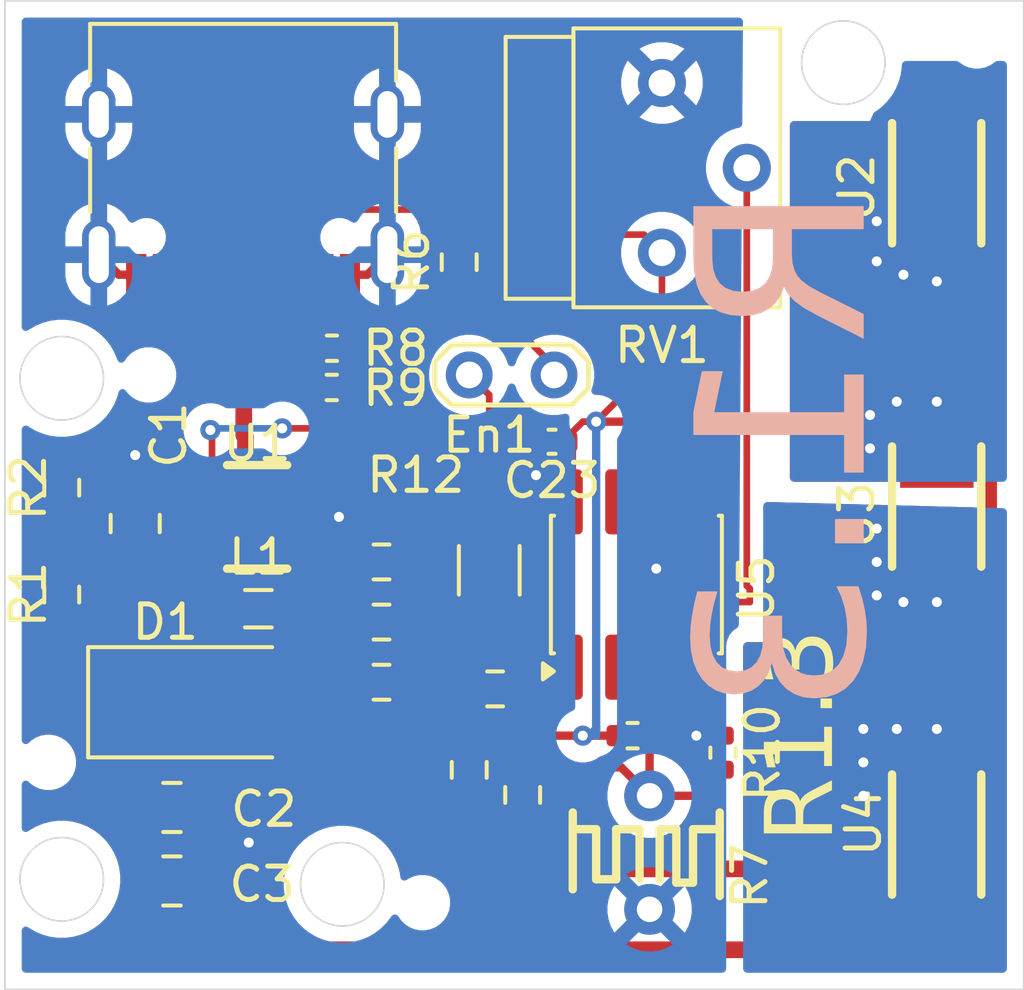
<source format=kicad_pcb>
(kicad_pcb (version 20241229) (generator "pcbnew") (generator_version "9.0")
  (layers (0 "F.Cu" signal) (2 "B.Cu" signal) (13 "F.Paste" user) (15 "B.Paste" user) (5 "F.SilkS" user "F.Silkscreen") (7 "B.SilkS" user "B.Silkscreen") (1 "F.Mask" user) (3 "B.Mask" user) (25 "Edge.Cuts" user))
  (net 0 "")
  (net 1 "GND")
  (net 2 "5V")
  (net 3 "Net-(D1-K)")
  (net 4 "Net-(D1-A)")
  (net 11 "Net-(J1-CC2)")
  (net 12 "Net-(J1-CC1)")
  (net 13 "Net-(U1-OVP)")
  (net 14 "Net-(U1-FB)")
  (net 15 "EN")
  (net 16 "Trim")
  (net 17 "NightHigh")
  (net 18 "Net-(En1-B)")
  (net 19 "Net-(R12-Pad1)")
  (net 20 "Pad1")
  (net 21 "Pad2")
  (net 23 "Net-(R14-Pad1)")
  (footprint "Capacitor_SMD:C_0805_2012Metric" (layer "F.Cu") (at 17.3 41.55)
    (property "Reference" "C3" (at 2.7 0.1 0) (layer "F.SilkS"))
    (property "Value" "4.7uF" (hide yes))
    (fp_line (start -0.261252 -0.735) (end 0.261252 -0.735) (stroke (width 0.12)) (layer "F.SilkS"))
    (fp_line (start -0.261252 0.735) (end 0.261252 0.735) (stroke (width 0.12)) (layer "F.SilkS"))
    (pad "1" smd roundrect (at -0.95 0) (size 1 1.45) (layers "F.Cu" "F.Mask" "F.Paste") (net 3 "Net-(D1-K)"))
    (pad "2" smd roundrect (at 0.95 0) (size 1 1.45) (layers "F.Cu" "F.Mask" "F.Paste") (net 1 "GND"))
  )
  (footprint "EasyEDA:LED-SMD_L3.5-W2.8-FD_GREEN-1" (layer "F.Cu") (at 40.2 20.54 -90)
    (property "Reference" "U2" (at 0.26 2.4 90) (layer "F.SilkS"))
    (property "Value" "JNJ-LTAU0106W90/Q15MIL/365-370NM" (hide yes))
    (fp_line (start 1.92 1.34) (end -1.68 1.34) (stroke (width 0.25)) (layer "F.SilkS"))
    (fp_line (start -1.68 -1.33) (end 1.92 -1.33) (stroke (width 0.25)) (layer "F.SilkS"))
    (pad "1" smd rect (at -1.34 0 90) (size 1.8 2.2) (layers "F.Cu" "F.Mask" "F.Paste") (net 3 "Net-(D1-K)"))
    (pad "2" smd rect (at 1.34 0 90) (size 2.4 2.2) (layers "F.Cu" "F.Mask" "F.Paste") (net 20 "Pad1"))
  )
  (footprint "Resistor_SMD:R_0603_1608Metric" (layer "F.Cu") (at 23.575 35.6 180)
    (property "Reference" "R5" (hide yes))
    (property "Value" "10" (hide yes))
    (fp_line (start -0.237258 0.5225) (end 0.237258 0.5225) (stroke (width 0.12)) (layer "F.SilkS"))
    (fp_line (start -0.237258 -0.5225) (end 0.237258 -0.5225) (stroke (width 0.12)) (layer "F.SilkS"))
    (pad "1" smd roundrect (at -0.825 0 180) (size 0.8 0.95) (layers "F.Cu" "F.Mask" "F.Paste") (net 14 "Net-(U1-FB)"))
    (pad "2" smd roundrect (at 0.825 0 180) (size 0.8 0.95) (layers "F.Cu" "F.Mask" "F.Paste") (net 1 "GND"))
  )
  (footprint "Resistor_SMD:R_0402_1005Metric" (layer "F.Cu") (at 22.085 26.775)
    (property "Reference" "R9" (at 1.915 0.025 0) (layer "F.SilkS"))
    (property "Value" "C25905" (hide yes))
    (fp_line (start -0.153641 -0.38) (end 0.153641 -0.38) (stroke (width 0.12)) (layer "F.SilkS"))
    (fp_line (start -0.153641 0.38) (end 0.153641 0.38) (stroke (width 0.12)) (layer "F.SilkS"))
    (pad "1" smd roundrect (at -0.51 0) (size 0.54 0.64) (layers "F.Cu" "F.Mask" "F.Paste") (net 11 "Net-(J1-CC2)"))
    (pad "2" smd roundrect (at 0.51 0) (size 0.54 0.64) (layers "F.Cu" "F.Mask" "F.Paste") (net 1 "GND"))
  )
  (footprint "Resistor_SMD:R_0603_1608Metric" (layer "F.Cu") (at 27.8 38.975 -90)
    (property "Reference" "R15" (hide yes))
    (property "Value" "2MΩ" (hide yes))
    (fp_line (start -0.237258 0.5225) (end 0.237258 0.5225) (stroke (width 0.12)) (layer "F.SilkS"))
    (fp_line (start -0.237258 -0.5225) (end 0.237258 -0.5225) (stroke (width 0.12)) (layer "F.SilkS"))
    (pad "1" smd roundrect (at -0.825 0 270) (size 0.8 0.95) (layers "F.Cu" "F.Mask" "F.Paste") (net 17 "NightHigh"))
    (pad "2" smd roundrect (at 0.825 0 270) (size 0.8 0.95) (layers "F.Cu" "F.Mask" "F.Paste") (net 23 "Net-(R14-Pad1)"))
  )
  (footprint "" (layer "F.Cu") (at 41.4 16.4)
    (property "Reference" "" (at 0 0 0) (layer "F.SilkS") (effects (font (size 1.27 1.27))))
    (property "Value" "")
    (pad "" np_thru_hole circle (at 0 0) (size 1.152 1.152) (drill 1.152) (layers "*.Cu" "*.Mask"))
  )
  (footprint "Capacitor_SMD:C_0805_2012Metric" (layer "F.Cu") (at 16.2 30.85 90)
    (property "Reference" "C1" (at 2.65 1 90) (layer "F.SilkS"))
    (property "Value" "4.7uF" (hide yes))
    (fp_line (start -0.261252 -0.735) (end 0.261252 -0.735) (stroke (width 0.12)) (layer "F.SilkS"))
    (fp_line (start -0.261252 0.735) (end 0.261252 0.735) (stroke (width 0.12)) (layer "F.SilkS"))
    (pad "1" smd roundrect (at -0.95 0 90) (size 1 1.45) (layers "F.Cu" "F.Mask" "F.Paste") (net 2 "5V"))
    (pad "2" smd roundrect (at 0.95 0 90) (size 1 1.45) (layers "F.Cu" "F.Mask" "F.Paste") (net 1 "GND"))
  )
  (footprint "Capacitor_SMD:C_0402_1005Metric" (layer "F.Cu") (at 28.68 28.4 180)
    (property "Reference" "C23" (at 0 -1.16 0) (layer "F.SilkS"))
    (property "Value" "C1525" (hide yes))
    (fp_line (start -0.107836 0.36) (end 0.107836 0.36) (stroke (width 0.12)) (layer "F.SilkS"))
    (fp_line (start -0.107836 -0.36) (end 0.107836 -0.36) (stroke (width 0.12)) (layer "F.SilkS"))
    (pad "1" smd roundrect (at -0.48 0 180) (size 0.56 0.62) (layers "F.Cu" "F.Mask" "F.Paste") (net 2 "5V"))
    (pad "2" smd roundrect (at 0.48 0 180) (size 0.56 0.62) (layers "F.Cu" "F.Mask" "F.Paste") (net 1 "GND"))
  )
  (footprint "Resistor_SMD:R_0603_1608Metric" (layer "F.Cu") (at 23.575 33.8 180)
    (property "Reference" "R4" (hide yes))
    (property "Value" "10" (hide yes))
    (fp_line (start -0.237258 0.5225) (end 0.237258 0.5225) (stroke (width 0.12)) (layer "F.SilkS"))
    (fp_line (start -0.237258 -0.5225) (end 0.237258 -0.5225) (stroke (width 0.12)) (layer "F.SilkS"))
    (pad "1" smd roundrect (at -0.825 0 180) (size 0.8 0.95) (layers "F.Cu" "F.Mask" "F.Paste") (net 14 "Net-(U1-FB)"))
    (pad "2" smd roundrect (at 0.825 0 180) (size 0.8 0.95) (layers "F.Cu" "F.Mask" "F.Paste") (net 1 "GND"))
  )
  (footprint "" (layer "F.Cu") (at 24.8 42.2)
    (property "Reference" "" (at -3.35 -1.25 0) (layer "F.SilkS") (effects (font (size 1.27 1.27))))
    (property "Value" "")
    (pad "" np_thru_hole circle (at 0 0) (size 1.152 1.152) (drill 1.152) (layers "*.Cu" "*.Mask"))
  )
  (footprint "Diode_SMD:D_SMA" (layer "F.Cu") (at 18.3 36.2)
    (property "Reference" "D1" (at -1.2 -2.4 0) (layer "F.SilkS"))
    (property "Value" "SS14" (hide yes))
    (fp_line (start -3.51 -1.65) (end -3.51 1.65) (stroke (width 0.12)) (layer "F.SilkS"))
    (fp_line (start -3.51 -1.65) (end 2 -1.65) (stroke (width 0.12)) (layer "F.SilkS"))
    (fp_line (start -3.51 1.65) (end 2 1.65) (stroke (width 0.12)) (layer "F.SilkS"))
    (pad "1" smd roundrect (at -2 0) (size 2.5 1.8) (layers "F.Cu" "F.Mask" "F.Paste") (roundrect_rratio 0.1388888889) (net 3 "Net-(D1-K)"))
    (pad "2" smd roundrect (at 2 0) (size 2.5 1.8) (layers "F.Cu" "F.Mask" "F.Paste") (roundrect_rratio 0.1388888889) (net 4 "Net-(D1-A)"))
  )
  (footprint "Inductor_SMD:L_0805_2012Metric" (layer "F.Cu") (at 19.8875 33.4)
    (property "Reference" "L1" (at 0 -1.55 0) (layer "F.SilkS"))
    (property "Value" "4.7uH")
    (fp_line (start -0.399622 -0.56) (end 0.399622 -0.56) (stroke (width 0.12)) (layer "F.SilkS"))
    (fp_line (start -0.399622 0.56) (end 0.399622 0.56) (stroke (width 0.12)) (layer "F.SilkS"))
    (pad "1" smd roundrect (at -1.0625 0) (size 0.875 1.2) (layers "F.Cu" "F.Mask" "F.Paste") (net 2 "5V"))
    (pad "2" smd roundrect (at 1.0625 0) (size 0.875 1.2) (layers "F.Cu" "F.Mask" "F.Paste") (net 4 "Net-(D1-A)"))
  )
  (footprint "" (layer "F.Cu") (at 13.6 38)
    (property "Reference" "" (at 0 0 0) (layer "F.SilkS") (effects (font (size 1.27 1.27))))
    (property "Value" "")
    (pad "" np_thru_hole circle (at 0 0) (size 1.152 1.152) (drill 1.152) (layers "*.Cu" "*.Mask"))
  )
  (footprint "TestPoint:TestPoint_2Pads_Pitch2.54mm_Drill0.8mm" (layer "F.Cu") (at 26.2 26.4)
    (property "Reference" "En1" (at 0.6 1.8 0) (layer "F.SilkS"))
    (property "Value" "Jumper_2_Bridged" (hide yes))
    (fp_line (start -1.03 -0.4) (end -0.53 -0.9) (stroke (width 0.15)) (layer "F.SilkS"))
    (fp_line (start -1.03 0.4) (end -1.03 -0.4) (stroke (width 0.15)) (layer "F.SilkS"))
    (fp_line (start -0.53 -0.9) (end 3.07 -0.9) (stroke (width 0.15)) (layer "F.SilkS"))
    (fp_line (start -0.53 0.9) (end -1.03 0.4) (stroke (width 0.15)) (layer "F.SilkS"))
    (fp_line (start 3.07 -0.9) (end 3.57 -0.4) (stroke (width 0.15)) (layer "F.SilkS"))
    (fp_line (start 3.07 0.9) (end -0.53 0.9) (stroke (width 0.15)) (layer "F.SilkS"))
    (fp_line (start 3.57 -0.4) (end 3.57 0.4) (stroke (width 0.15)) (layer "F.SilkS"))
    (fp_line (start 3.57 0.4) (end 3.07 0.9) (stroke (width 0.15)) (layer "F.SilkS"))
    (pad "1" thru_hole circle (at 0 0) (size 1.4 1.4) (drill 0.8) (layers "*.Cu" "*.Mask") (net 15 "EN"))
    (pad "2" thru_hole circle (at 2.54 0) (size 1.4 1.4) (drill 0.8) (layers "*.Cu" "*.Mask") (net 18 "Net-(En1-B)"))
  )
  (footprint "EasyEDA:LED-SMD_L3.5-W2.8-FD_GREEN-1" (layer "F.Cu") (at 40.2 40.04 -90)
    (property "Reference" "U4" (at -0.24 2.2 90) (layer "F.SilkS"))
    (property "Value" "JNJ-LTAU0106W90/Q15MIL/365-370NM" (hide yes))
    (fp_line (start 1.92 1.34) (end -1.68 1.34) (stroke (width 0.25)) (layer "F.SilkS"))
    (fp_line (start -1.68 -1.33) (end 1.92 -1.33) (stroke (width 0.25)) (layer "F.SilkS"))
    (pad "1" smd rect (at -1.34 0 90) (size 1.8 2.2) (layers "F.Cu" "F.Mask" "F.Paste") (net 21 "Pad2"))
    (pad "2" smd rect (at 1.34 0 90) (size 2.4 2.2) (layers "F.Cu" "F.Mask" "F.Paste") (net 14 "Net-(U1-FB)"))
  )
  (footprint "EasyEDA:RES-TH_L5.1-W4.3-P3.40-D0.5" (layer "F.Cu") (at 31.6 40.7)
    (property "Reference" "R7" (at 3 0.7 90) (layer "F.SilkS"))
    (property "Value" "GL5528(10-20)" (hide yes))
    (fp_line (start -2.3 -0.7) (end -1.6 -0.7) (stroke (width 0.25)) (layer "F.SilkS"))
    (fp_line (start -2.3 1.1) (end -2.3 -1.2) (stroke (width 0.25)) (layer "F.SilkS"))
    (fp_line (start -1.6 -0.7) (end -1.6 0.8) (stroke (width 0.25)) (layer "F.SilkS"))
    (fp_line (start -1.6 0.8) (end -1 0.8) (stroke (width 0.25)) (layer "F.SilkS"))
    (fp_line (start -1 -0.7) (end -0.3 -0.7) (stroke (width 0.25)) (layer "F.SilkS"))
    (fp_line (start -1 0.8) (end -1 -0.7) (stroke (width 0.25)) (layer "F.SilkS"))
    (fp_line (start -0.3 -0.7) (end -0.3 0.8) (stroke (width 0.25)) (layer "F.SilkS"))
    (fp_line (start 0.3 -0.7) (end 0.8 -0.7) (stroke (width 0.25)) (layer "F.SilkS"))
    (fp_line (start 0.3 0.8) (end 0.3 -0.7) (stroke (width 0.25)) (layer "F.SilkS"))
    (fp_line (start 0.8 -0.7) (end 0.8 0.9) (stroke (width 0.25)) (layer "F.SilkS"))
    (fp_line (start 0.8 0.9) (end 1.3 0.9) (stroke (width 0.25)) (layer "F.SilkS"))
    (fp_line (start 1.3 -0.7) (end 2.1 -0.7) (stroke (width 0.25)) (layer "F.SilkS"))
    (fp_line (start 1.3 0.9) (end 1.3 -0.7) (stroke (width 0.25)) (layer "F.SilkS"))
    (fp_line (start 2.1 1.3) (end 2.1 -1.2) (stroke (width 0.25)) (layer "F.SilkS"))
    (pad "1" thru_hole circle (at 0 -1.7 270) (size 1.52 1.52) (drill 0.762) (layers "*.Cu" "*.Mask") (net 17 "NightHigh"))
    (pad "2" thru_hole circle (at 0 1.7 270) (size 1.52 1.52) (drill 0.762) (layers "*.Cu" "*.Mask") (net 1 "GND"))
  )
  (footprint "" (layer "F.Cu") (at 16.6 26.4)
    (property "Reference" "" (at 0 0 0) (layer "F.SilkS") (effects (font (size 1.27 1.27))))
    (property "Value" "")
    (pad "" np_thru_hole circle (at 0 0) (size 1.152 1.152) (drill 1.152) (layers "*.Cu" "*.Mask"))
  )
  (footprint "Resistor_SMD:R_0402_1005Metric" (layer "F.Cu") (at 22.09 25.6)
    (property "Reference" "R8" (at 1.91 0 0) (layer "F.SilkS"))
    (property "Value" "C25905" (hide yes))
    (fp_line (start -0.153641 -0.38) (end 0.153641 -0.38) (stroke (width 0.12)) (layer "F.SilkS"))
    (fp_line (start -0.153641 0.38) (end 0.153641 0.38) (stroke (width 0.12)) (layer "F.SilkS"))
    (pad "1" smd roundrect (at -0.51 0) (size 0.54 0.64) (layers "F.Cu" "F.Mask" "F.Paste") (net 12 "Net-(J1-CC1)"))
    (pad "2" smd roundrect (at 0.51 0) (size 0.54 0.64) (layers "F.Cu" "F.Mask" "F.Paste") (net 1 "GND"))
  )
  (footprint "Resistor_SMD:R_0603_1608Metric" (layer "F.Cu") (at 23.575 32 180)
    (property "Reference" "R3" (hide yes))
    (property "Value" "10" (hide yes))
    (fp_line (start -0.237258 0.5225) (end 0.237258 0.5225) (stroke (width 0.12)) (layer "F.SilkS"))
    (fp_line (start -0.237258 -0.5225) (end 0.237258 -0.5225) (stroke (width 0.12)) (layer "F.SilkS"))
    (pad "1" smd roundrect (at -0.825 0 180) (size 0.8 0.95) (layers "F.Cu" "F.Mask" "F.Paste") (net 14 "Net-(U1-FB)"))
    (pad "2" smd roundrect (at 0.825 0 180) (size 0.8 0.95) (layers "F.Cu" "F.Mask" "F.Paste") (net 1 "GND"))
  )
  (footprint "Resistor_SMD:R_0603_1608Metric" (layer "F.Cu") (at 26.975 35.8)
    (property "Reference" "R13" (hide yes))
    (property "Value" "6.2k" (hide yes))
    (fp_line (start -0.237258 -0.5225) (end 0.237258 -0.5225) (stroke (width 0.12)) (layer "F.SilkS"))
    (fp_line (start -0.237258 0.5225) (end 0.237258 0.5225) (stroke (width 0.12)) (layer "F.SilkS"))
    (pad "1" smd roundrect (at -0.825 0) (size 0.8 0.95) (layers "F.Cu" "F.Mask" "F.Paste") (net 19 "Net-(R12-Pad1)"))
    (pad "2" smd roundrect (at 0.825 0) (size 0.8 0.95) (layers "F.Cu" "F.Mask" "F.Paste") (net 2 "5V"))
  )
  (footprint "Capacitor_SMD:C_0805_2012Metric" (layer "F.Cu") (at 17.3 39.35)
    (property "Reference" "C2" (at 2.75 0.05 0) (layer "F.SilkS"))
    (property "Value" "4.7uF" (hide yes))
    (fp_line (start -0.261252 -0.735) (end 0.261252 -0.735) (stroke (width 0.12)) (layer "F.SilkS"))
    (fp_line (start -0.261252 0.735) (end 0.261252 0.735) (stroke (width 0.12)) (layer "F.SilkS"))
    (pad "1" smd roundrect (at -0.95 0) (size 1 1.45) (layers "F.Cu" "F.Mask" "F.Paste") (net 3 "Net-(D1-K)"))
    (pad "2" smd roundrect (at 0.95 0) (size 1 1.45) (layers "F.Cu" "F.Mask" "F.Paste") (net 1 "GND"))
  )
  (footprint "Resistor_SMD:R_0603_1608Metric" (layer "F.Cu") (at 25.9 23.025 90)
    (property "Reference" "R6" (at 0 -1.43 90) (layer "F.SilkS"))
    (property "Value" "6.2k" (hide yes))
    (fp_line (start -0.237258 -0.5225) (end 0.237258 -0.5225) (stroke (width 0.12)) (layer "F.SilkS"))
    (fp_line (start -0.237258 0.5225) (end 0.237258 0.5225) (stroke (width 0.12)) (layer "F.SilkS"))
    (pad "1" smd roundrect (at -0.825 0 90) (size 0.8 0.95) (layers "F.Cu" "F.Mask" "F.Paste") (net 18 "Net-(En1-B)"))
    (pad "2" smd roundrect (at 0.825 0 90) (size 0.8 0.95) (layers "F.Cu" "F.Mask" "F.Paste") (net 2 "5V"))
  )
  (footprint "Resistor_SMD:R_0603_1608Metric" (layer "F.Cu") (at 26.2 38.225 90)
    (property "Reference" "R14" (hide yes))
    (property "Value" "2MΩ" (hide yes))
    (fp_line (start -0.237258 -0.5225) (end 0.237258 -0.5225) (stroke (width 0.12)) (layer "F.SilkS"))
    (fp_line (start -0.237258 0.5225) (end 0.237258 0.5225) (stroke (width 0.12)) (layer "F.SilkS"))
    (pad "1" smd roundrect (at -0.825 0 90) (size 0.8 0.95) (layers "F.Cu" "F.Mask" "F.Paste") (net 23 "Net-(R14-Pad1)"))
    (pad "2" smd roundrect (at 0.825 0 90) (size 0.8 0.95) (layers "F.Cu" "F.Mask" "F.Paste") (net 19 "Net-(R12-Pad1)"))
  )
  (footprint "Resistor_SMD:R_0603_1608Metric" (layer "F.Cu") (at 14 29.775 90)
    (property "Reference" "R2" (at 0 -1 90) (layer "F.SilkS"))
    (property "Value" "6.2k" (hide yes))
    (fp_line (start -0.237258 -0.5225) (end 0.237258 -0.5225) (stroke (width 0.12)) (layer "F.SilkS"))
    (fp_line (start -0.237258 0.5225) (end 0.237258 0.5225) (stroke (width 0.12)) (layer "F.SilkS"))
    (pad "1" smd roundrect (at -0.825 0 90) (size 0.8 0.95) (layers "F.Cu" "F.Mask" "F.Paste") (net 13 "Net-(U1-OVP)"))
    (pad "2" smd roundrect (at 0.825 0 90) (size 0.8 0.95) (layers "F.Cu" "F.Mask" "F.Paste") (net 1 "GND"))
  )
  (footprint "Package_SO:SOIC-8_3.9x4.9mm_P1.27mm" (layer "F.Cu") (at 31.205 32.675 90)
    (property "Reference" "U5" (at -0.125 3.595 90) (layer "F.SilkS"))
    (property "Value" "LM393" (hide yes))
    (fp_line (start 2.06 -2.56) (end 2.06 -2.465) (stroke (width 0.12)) (layer "F.SilkS"))
    (fp_line (start -2.06 -2.56) (end 2.06 -2.56) (stroke (width 0.12)) (layer "F.SilkS"))
    (fp_line (start -2.06 -2.465) (end -2.06 -2.56) (stroke (width 0.12)) (layer "F.SilkS"))
    (fp_line (start 2.06 2.465) (end 2.06 2.56) (stroke (width 0.12)) (layer "F.SilkS"))
    (fp_line (start 2.06 2.56) (end -2.06 2.56) (stroke (width 0.12)) (layer "F.SilkS"))
    (fp_line (start -2.06 2.56) (end -2.06 2.465) (stroke (width 0.12)) (layer "F.SilkS"))
    (fp_poly (pts (xy -2.6 -2.47) (xy -2.84 -2.8) (xy -2.36 -2.8)) (stroke (width 0.12)) (fill yes) (layer "F.SilkS"))
    (pad "1" smd roundrect (at -2.475 -1.905 90) (size 1.95 0.6) (layers "F.Cu" "F.Mask" "F.Paste") (net 19 "Net-(R12-Pad1)"))
    (pad "2" smd roundrect (at -2.475 -0.635 90) (size 1.95 0.6) (layers "F.Cu" "F.Mask" "F.Paste") (net 16 "Trim"))
    (pad "3" smd roundrect (at -2.475 0.635 90) (size 1.95 0.6) (layers "F.Cu" "F.Mask" "F.Paste") (net 17 "NightHigh"))
    (pad "4" smd roundrect (at -2.475 1.905 90) (size 1.95 0.6) (layers "F.Cu" "F.Mask" "F.Paste") (net 1 "GND"))
    (pad "5" smd roundrect (at 2.475 1.905 90) (size 1.95 0.6) (layers "F.Cu" "F.Mask" "F.Paste") (net 2 "5V"))
    (pad "6" smd roundrect (at 2.475 0.635 90) (size 1.95 0.6) (layers "F.Cu" "F.Mask" "F.Paste") (net 1 "GND"))
    (pad "7" smd roundrect (at 2.475 -0.635 90) (size 1.95 0.6) (layers "F.Cu" "F.Mask" "F.Paste"))
    (pad "8" smd roundrect (at 2.475 -1.905 90) (size 1.95 0.6) (layers "F.Cu" "F.Mask" "F.Paste") (net 2 "5V"))
  )
  (footprint "Resistor_SMD:R_1206_3216Metric_Pad1.30x1.75mm_HandSolder" (layer "F.Cu") (at 26.8 32.25 90)
    (property "Reference" "R12" (at 2.85 -2.2 180) (layer "F.SilkS"))
    (property "Value" "C17888" (hide yes))
    (fp_line (start -0.727064 -0.91) (end 0.727064 -0.91) (stroke (width 0.12)) (layer "F.SilkS"))
    (fp_line (start -0.727064 0.91) (end 0.727064 0.91) (stroke (width 0.12)) (layer "F.SilkS"))
    (pad "1" smd roundrect (at -1.55 0 90) (size 1.3 1.75) (layers "F.Cu" "F.Mask" "F.Paste") (roundrect_rratio 0.192308) (net 19 "Net-(R12-Pad1)"))
    (pad "2" smd roundrect (at 1.55 0 90) (size 1.3 1.75) (layers "F.Cu" "F.Mask" "F.Paste") (roundrect_rratio 0.192308) (net 15 "EN"))
  )
  (footprint "Resistor_SMD:R_0402_1005Metric" (layer "F.Cu") (at 31.09 37.2)
    (property "Reference" "R11" (hide yes))
    (property "Value" "C25764" (hide yes))
    (fp_line (start -0.153641 -0.38) (end 0.153641 -0.38) (stroke (width 0.12)) (layer "F.SilkS"))
    (fp_line (start -0.153641 0.38) (end 0.153641 0.38) (stroke (width 0.12)) (layer "F.SilkS"))
    (pad "1" smd roundrect (at -0.51 0) (size 0.54 0.64) (layers "F.Cu" "F.Mask" "F.Paste") (net 2 "5V"))
    (pad "2" smd roundrect (at 0.51 0) (size 0.54 0.64) (layers "F.Cu" "F.Mask" "F.Paste") (net 17 "NightHigh"))
  )
  (footprint "Resistor_SMD:R_0603_1608Metric" (layer "F.Cu") (at 14 32.975 90)
    (property "Reference" "R1" (at 0 -1 90) (layer "F.SilkS"))
    (property "Value" "300K" (hide yes))
    (fp_line (start -0.237258 -0.5225) (end 0.237258 -0.5225) (stroke (width 0.12)) (layer "F.SilkS"))
    (fp_line (start -0.237258 0.5225) (end 0.237258 0.5225) (stroke (width 0.12)) (layer "F.SilkS"))
    (pad "1" smd roundrect (at -0.825 0 90) (size 0.8 0.95) (layers "F.Cu" "F.Mask" "F.Paste") (net 3 "Net-(D1-K)"))
    (pad "2" smd roundrect (at 0.825 0 90) (size 0.8 0.95) (layers "F.Cu" "F.Mask" "F.Paste") (net 13 "Net-(U1-OVP)"))
  )
  (footprint "Potentiometer_THT:Potentiometer_Bourns_3339S_Horizontal" (layer "F.Cu") (at 31.97 22.74 180)
    (property "Reference" "RV1" (at 0 -2.775 0) (layer "F.SilkS"))
    (property "Value" "100K" (hide yes))
    (fp_line (start 4.68 6.46) (end 2.65 6.46) (stroke (width 0.12)) (layer "F.SilkS"))
    (fp_line (start 4.68 -1.38) (end 4.68 6.46) (stroke (width 0.12)) (layer "F.SilkS"))
    (fp_line (start 2.65 6.715) (end -3.54 6.715) (stroke (width 0.12)) (layer "F.SilkS"))
    (fp_line (start 2.65 6.46) (end 2.65 -1.38) (stroke (width 0.12)) (layer "F.SilkS"))
    (fp_line (start 2.65 -1.38) (end 4.68 -1.38) (stroke (width 0.12)) (layer "F.SilkS"))
    (fp_line (start 2.65 -1.635) (end 2.65 6.715) (stroke (width 0.12)) (layer "F.SilkS"))
    (fp_line (start -3.54 6.715) (end -3.54 -1.635) (stroke (width 0.12)) (layer "F.SilkS"))
    (fp_line (start -3.54 -1.635) (end 2.65 -1.635) (stroke (width 0.12)) (layer "F.SilkS"))
    (pad "1" thru_hole circle (at 0 0 180) (size 1.44 1.44) (drill 0.8) (layers "*.Cu" "*.Mask") (net 2 "5V"))
    (pad "2" thru_hole circle (at -2.54 2.54 180) (size 1.44 1.44) (drill 0.8) (layers "*.Cu" "*.Mask") (net 16 "Trim"))
    (pad "3" thru_hole circle (at 0 5.08 180) (size 1.44 1.44) (drill 0.8) (layers "*.Cu" "*.Mask") (net 1 "GND"))
  )
  (footprint "EasyEDA:SOT-23-6_L2.9-W1.6-P0.95-LS2.8-BR" (layer "F.Cu") (at 19.85 30.65)
    (property "Reference" "U1" (at 0 -2.2 0) (layer "F.SilkS"))
    (property "Value" "LGS63030" (hide yes))
    (fp_line (start -0.9 -1.55) (end 0.9 -1.55) (stroke (width 0.25)) (layer "F.SilkS"))
    (fp_line (start -0.9 1.55) (end 0.9 1.55) (stroke (width 0.25)) (layer "F.SilkS"))
    (pad "1" smd rect (at 1.35 0.95) (size 1.1 0.6) (layers "F.Cu" "F.Mask" "F.Paste") (net 4 "Net-(D1-A)"))
    (pad "2" smd rect (at 1.35 0) (size 1.1 0.6) (layers "F.Cu" "F.Mask" "F.Paste") (net 1 "GND"))
    (pad "3" smd rect (at 1.35 -0.95) (size 1.1 0.6) (layers "F.Cu" "F.Mask" "F.Paste") (net 14 "Net-(U1-FB)"))
    (pad "4" smd rect (at -1.35 -0.95) (size 1.1 0.6) (layers "F.Cu" "F.Mask" "F.Paste") (net 15 "EN"))
    (pad "5" smd rect (at -1.35 0) (size 1.1 0.6) (layers "F.Cu" "F.Mask" "F.Paste") (net 13 "Net-(U1-OVP)"))
    (pad "6" smd rect (at -1.35 0.95) (size 1.1 0.6) (layers "F.Cu" "F.Mask" "F.Paste") (net 2 "5V"))
  )
  (footprint "Resistor_SMD:R_0402_1005Metric" (layer "F.Cu") (at 33.8 37.71 -90)
    (property "Reference" "R10" (at 0 -1.17 90) (layer "F.SilkS"))
    (property "Value" "C25764" (hide yes))
    (fp_line (start -0.153641 0.38) (end 0.153641 0.38) (stroke (width 0.12)) (layer "F.SilkS"))
    (fp_line (start -0.153641 -0.38) (end 0.153641 -0.38) (stroke (width 0.12)) (layer "F.SilkS"))
    (pad "1" smd roundrect (at -0.51 0 270) (size 0.54 0.64) (layers "F.Cu" "F.Mask" "F.Paste") (net 17 "NightHigh"))
    (pad "2" smd roundrect (at 0.51 0 270) (size 0.54 0.64) (layers "F.Cu" "F.Mask" "F.Paste") (net 1 "GND"))
  )
  (footprint "EasyEDA:LED-SMD_L3.5-W2.8-FD_GREEN-1" (layer "F.Cu") (at 40.2 30.22 -90)
    (property "Reference" "U3" (at 0.38 2.4 90) (layer "F.SilkS"))
    (property "Value" "JNJ-LTAU0106W90/Q15MIL/365-370NM" (hide yes))
    (fp_line (start 1.92 1.34) (end -1.68 1.34) (stroke (width 0.25)) (layer "F.SilkS"))
    (fp_line (start -1.68 -1.33) (end 1.92 -1.33) (stroke (width 0.25)) (layer "F.SilkS"))
    (pad "1" smd rect (at -1.34 0 90) (size 1.8 2.2) (layers "F.Cu" "F.Mask" "F.Paste") (net 20 "Pad1"))
    (pad "2" smd rect (at 1.34 0 90) (size 2.4 2.2) (layers "F.Cu" "F.Mask" "F.Paste") (net 21 "Pad2"))
  )
  (footprint "Connector_USB:USB_C_Receptacle_G-Switch_GT-USB-7010ASV" (layer "F.Cu") (at 19.43 19.675 180)
    (property "Reference" "J1" (hide yes))
    (property "Value" "C2765186" (hide yes))
    (fp_line (start 4.58 3.785) (end -4.58 3.785) (stroke (width 0.12)) (layer "F.SilkS"))
    (fp_line (start 4.58 2.08) (end 4.58 3.785) (stroke (width 0.12)) (layer "F.SilkS"))
    (fp_line (start 4.58 0.07) (end 4.58 -1.85) (stroke (width 0.12)) (layer "F.SilkS"))
    (fp_line (start -4.58 3.785) (end -4.58 2.08) (stroke (width 0.12)) (layer "F.SilkS"))
    (fp_line (start -4.58 -1.85) (end -4.58 0.07) (stroke (width 0.12)) (layer "F.SilkS"))
    (pad "" np_thru_hole circle (at -2.89 -2.605 180) (size 0.65 0.65) (drill 0.65) (layers "*.Cu" "*.Mask"))
    (pad "" np_thru_hole circle (at 2.89 -2.605 180) (size 0.65 0.65) (drill 0.65) (layers "*.Cu" "*.Mask"))
    (pad "A1" smd rect (at -3.2 -3.725 180) (size 0.6 1.24) (layers "F.Cu" "F.Mask" "F.Paste") (net 1 "GND"))
    (pad "A4" smd rect (at -2.4 -3.725 180) (size 0.6 1.24) (layers "F.Cu" "F.Mask" "F.Paste") (net 2 "5V"))
    (pad "A5" smd rect (at -1.25 -3.725 180) (size 0.3 1.24) (layers "F.Cu" "F.Mask" "F.Paste") (net 12 "Net-(J1-CC1)"))
    (pad "A6" smd rect (at -0.25 -3.725 180) (size 0.3 1.24) (layers "F.Cu" "F.Mask" "F.Paste"))
    (pad "A7" smd rect (at 0.25 -3.725 180) (size 0.3 1.24) (layers "F.Cu" "F.Mask" "F.Paste"))
    (pad "A8" smd rect (at 1.25 -3.725 180) (size 0.3 1.24) (layers "F.Cu" "F.Mask" "F.Paste"))
    (pad "A9" smd rect (at 2.4 -3.725 180) (size 0.6 1.24) (layers "F.Cu" "F.Mask" "F.Paste") (net 2 "5V"))
    (pad "A12" smd rect (at 3.2 -3.725 180) (size 0.6 1.24) (layers "F.Cu" "F.Mask" "F.Paste") (net 1 "GND"))
    (pad "B1" smd rect (at 3.2 -3.725 180) (size 0.6 1.24) (layers "F.Cu" "F.Mask" "F.Paste") (net 1 "GND"))
    (pad "B4" smd rect (at 2.4 -3.725 180) (size 0.6 1.24) (layers "F.Cu" "F.Mask" "F.Paste") (net 2 "5V"))
    (pad "B5" smd rect (at 1.75 -3.725 180) (size 0.3 1.24) (layers "F.Cu" "F.Mask" "F.Paste") (net 11 "Net-(J1-CC2)"))
    (pad "B6" smd rect (at 0.75 -3.725 180) (size 0.3 1.24) (layers "F.Cu" "F.Mask" "F.Paste"))
    (pad "B7" smd rect (at -0.75 -3.725 180) (size 0.3 1.24) (layers "F.Cu" "F.Mask" "F.Paste"))
    (pad "B8" smd rect (at -1.75 -3.725 180) (size 0.3 1.24) (layers "F.Cu" "F.Mask" "F.Paste"))
    (pad "B9" smd rect (at -2.4 -3.725 180) (size 0.6 1.24) (layers "F.Cu" "F.Mask" "F.Paste") (net 2 "5V"))
    (pad "B12" smd rect (at -3.2 -3.725 180) (size 0.6 1.24) (layers "F.Cu" "F.Mask" "F.Paste") (net 1 "GND"))
    (pad "S1" thru_hole oval (at -4.32 -3.125 180) (size 1 2.1) (drill oval 0.6 1.7) (property pad_prop_heatsink) (layers "*.Cu" "*.Mask") (net 1 "GND"))
    (pad "S1" thru_hole oval (at -4.32 1.075 180) (size 1 1.8) (drill oval 0.6 1.4) (property pad_prop_heatsink) (layers "*.Cu" "*.Mask") (net 1 "GND"))
    (pad "S1" thru_hole oval (at 4.32 -3.125 180) (size 1 2.1) (drill oval 0.6 1.7) (property pad_prop_heatsink) (layers "*.Cu" "*.Mask") (net 1 "GND"))
    (pad "S1" thru_hole oval (at 4.32 1.075 180) (size 1 1.8) (drill oval 0.6 1.4) (property pad_prop_heatsink) (layers "*.Cu" "*.Mask") (net 1 "GND"))
  )
  (gr_circle (center 37.4 17.05) (end 37.4 18.3) (stroke (width 0.05)) (fill no) (layer "Edge.Cuts"))
  (gr_circle (center 14 26.5) (end 14 27.75) (stroke (width 0.05)) (fill no) (layer "Edge.Cuts"))
  (gr_circle (center 22.4 41.65) (end 22.4 42.9) (stroke (width 0.05)) (fill no) (layer "Edge.Cuts"))
  (gr_rect (start 12.3 15.2) (end 42.8 44.8) (stroke (width 0.05)) (fill no) (layer "Edge.Cuts"))
  (gr_circle (center 14 41.5) (end 14 40.25) (stroke (width 0.05)) (fill no) (layer "Edge.Cuts"))
  (gr_text "R1.3" (at 37.4 40.4 90) (layer "F.SilkS") (effects (font (size 2 2) (thickness 0.25)) (justify left bottom)))
  (gr_text "R1.3" (at 38.86 20.66 90) (layer "B.SilkS") (effects (font (size 5 5) (thickness 0.25)) (justify left bottom mirror)))
  (segment (start 22.75 35.6) (end 22.75 32) (width 0.25) (layer "F.Cu") (net 1))
  (segment (start 14 28.95) (end 14 28.8) (width 0.25) (layer "F.Cu") (net 1))
  (segment (start 22.75 31.1) (end 22.3 30.65) (width 0.25) (layer "F.Cu") (net 1))
  (segment (start 16.23 23.4) (end 15.71 23.4) (width 0.25) (layer "F.Cu") (net 1))
  (segment (start 22.595 23.435) (end 22.63 23.4) (width 0.25) (layer "F.Cu") (net 1))
  (segment (start 33.11 35.15) (end 33.11 37.09) (width 0.2) (layer "F.Cu") (net 1))
  (segment (start 33.8 37.2) (end 33 37.2) (width 0.25) (layer "F.Cu") (net 1))
  (segment (start 18.25 40.4) (end 18.25 39.35) (width 0.25) (layer "F.Cu") (net 1))
  (segment (start 28.2 28.4) (end 28.2 29.4) (width 0.25) (layer "F.Cu") (net 1))
  (segment (start 22.3 30.65) (end 21.2 30.65) (width 0.5) (layer "F.Cu") (net 1))
  (segment (start 16 28.6) (end 16.2 28.8) (width 0.25) (layer "F.Cu") (net 1))
  (segment (start 33.11 37.09) (end 33 37.2) (width 0.2) (layer "F.Cu") (net 1))
  (segment (start 14 28.8) (end 14.2 28.6) (width 0.25) (layer "F.Cu") (net 1))
  (segment (start 32.9 35.36) (end 33.11 35.15) (width 0.2) (layer "F.Cu") (net 1))
  (segment (start 22.595 26.775) (end 22.595 23.435) (width 0.25) (layer "F.Cu") (net 1))
  (segment (start 14.2 28.6) (end 16 28.6) (width 0.25) (layer "F.Cu") (net 1))
  (segment (start 31.84 32.16) (end 31.8 32.2) (width 0.25) (layer "F.Cu") (net 1))
  (segment (start 18.25 40.4) (end 19.6 40.4) (width 0.25) (layer "F.Cu") (net 1))
  (segment (start 23.15 23.4) (end 23.75 22.8) (width 0.25) (layer "F.Cu") (net 1))
  (segment (start 31.84 30.2) (end 31.84 32.16) (width 0.25) (layer "F.Cu") (net 1))
  (segment (start 16.2 29.9) (end 16.2 28.8) (width 0.25) (layer "F.Cu") (net 1))
  (segment (start 18.25 41.55) (end 18.25 40.4) (width 0.25) (layer "F.Cu") (net 1))
  (segment (start 22.75 32) (end 22.75 31.1) (width 0.25) (layer "F.Cu") (net 1))
  (segment (start 15.71 23.4) (end 15.11 22.8) (width 0.25) (layer "F.Cu") (net 1))
  (segment (start 22.63 23.4) (end 23.15 23.4) (width 0.25) (layer "F.Cu") (net 1))
  (via (at 33 37.2) (size 0.6) (drill 0.3) (layers "F.Cu" "B.Cu") (net 1))
  (via (at 16.2 28.8) (size 0.6) (drill 0.3) (layers "F.Cu" "B.Cu") (net 1))
  (via (at 22.3 30.65) (size 0.6) (drill 0.3) (layers "F.Cu" "B.Cu") (net 1))
  (via (at 31.8 32.2) (size 0.6) (drill 0.3) (layers "F.Cu" "B.Cu") (net 1))
  (via (at 28.2 29.4) (size 0.6) (drill 0.3) (layers "F.Cu" "B.Cu") (net 1))
  (via (at 19.6 40.4) (size 0.6) (drill 0.3) (layers "F.Cu" "B.Cu") (net 1))
  (segment (start 25.149 21.449) (end 21.578908 21.449) (width 0.2) (layer "F.Cu") (net 2))
  (segment (start 17.03 22.781364) (end 17.03 23.4) (width 0.25) (layer "F.Cu") (net 2))
  (segment (start 28.2 37.2) (end 29.6 37.2) (width 0.25) (layer "F.Cu") (net 2))
  (segment (start 19.501 28.251) (end 19.501 31.249) (width 0.5) (layer "F.Cu") (net 2))
  (segment (start 19.45 28.2) (end 19.501 28.251) (width 0.5) (layer "F.Cu") (net 2))
  (segment (start 25.9 22.2) (end 25.149 21.449) (width 0.2) (layer "F.Cu") (net 2))
  (segment (start 25.9 22.2) (end 31.43 22.2) (width 0.2) (layer "F.Cu") (net 2))
  (segment (start 17.03 23.4) (end 17.03 24.486587) (width 0.5) (layer "F.Cu") (net 2))
  (segment (start 31.684999 27.8) (end 30 27.8) (width 0.25) (layer "F.Cu") (net 2))
  (segment (start 17.03 24.486587) (end 19.45 26.906587) (width 0.5) (layer "F.Cu") (net 2))
  (segment (start 29.3 28.1) (end 29.6 27.8) (width 0.2) (layer "F.Cu") (net 2))
  (segment (start 18.5 33.075) (end 18.825 33.4) (width 0.5) (layer "F.Cu") (net 2))
  (segment (start 29.3 30.2) (end 29.3 28.1) (width 0.2) (layer "F.Cu") (net 2))
  (segment (start 29.6 37.2) (end 30.58 37.2) (width 0.25) (layer "F.Cu") (net 2))
  (segment (start 31.97 25.83) (end 31.97 22.74) (width 0.2) (layer "F.Cu") (net 2))
  (segment (start 16.9 31.55) (end 18.45 31.55) (width 0.25) (layer "F.Cu") (net 2))
  (segment (start 21.578908 21.449) (end 21.038272 21.989636) (width 0.2) (layer "F.Cu") (net 2))
  (segment (start 19.15 31.6) (end 18.5 31.6) (width 0.5) (layer "F.Cu") (net 2))
  (segment (start 30 27.8) (end 31.97 25.83) (width 0.2) (layer "F.Cu") (net 2))
  (segment (start 18.45 31.55) (end 18.5 31.6) (width 0.25) (layer "F.Cu") (net 2))
  (segment (start 33.11 29.225001) (end 31.684999 27.8) (width 0.25) (layer "F.Cu") (net 2))
  (segment (start 21.83 23.4) (end 21.83 22.781364) (width 0.25) (layer "F.Cu") (net 2))
  (segment (start 29.6 27.8) (end 30 27.8) (width 0.2) (layer "F.Cu") (net 2))
  (segment (start 27.8 35.8) (end 27.8 36.8) (width 0.25) (layer "F.Cu") (net 2))
  (segment (start 33.11 30.2) (end 33.11 29.225001) (width 0.25) (layer "F.Cu") (net 2))
  (segment (start 27.8 36.8) (end 28.2 37.2) (width 0.25) (layer "F.Cu") (net 2))
  (segment (start 31.43 22.2) (end 31.97 22.74) (width 0.2) (layer "F.Cu") (net 2))
  (segment (start 17.821728 21.989636) (end 17.03 22.781364) (width 0.25) (layer "F.Cu") (net 2))
  (segment (start 19.45 26.906587) (end 19.45 28.2) (width 0.5) (layer "F.Cu") (net 2))
  (segment (start 21.83 22.781364) (end 21.038272 21.989636) (width 0.25) (layer "F.Cu") (net 2))
  (segment (start 21.038272 21.989636) (end 17.821728 21.989636) (width 0.25) (layer "F.Cu") (net 2))
  (segment (start 18.5 31.6) (end 18.5 33.075) (width 0.5) (layer "F.Cu") (net 2))
  (segment (start 19.501 31.249) (end 19.15 31.6) (width 0.5) (layer "F.Cu") (net 2))
  (via (at 30 27.8) (size 0.6) (drill 0.3) (layers "F.Cu" "B.Cu") (net 2))
  (via (at 29.6 37.2) (size 0.6) (drill 0.3) (layers "F.Cu" "B.Cu") (net 2))
  (segment (start 30 37) (end 30 37.2) (width 0.25) (layer "B.Cu") (net 2))
  (segment (start 29.6 37.2) (end 29.8 37.2) (width 0.25) (layer "B.Cu") (net 2))
  (segment (start 29.8 37.2) (end 30 37) (width 0.25) (layer "B.Cu") (net 2))
  (segment (start 30 27.8) (end 30 37) (width 0.25) (layer "B.Cu") (net 2))
  (segment (start 14.25 36.2) (end 16.3 36.2) (width 0.25) (layer "F.Cu") (net 3))
  (segment (start 41.751 20.229) (end 40.722 19.2) (width 0.5) (layer "F.Cu") (net 3))
  (segment (start 16.35 41.55) (end 18.411 43.611) (width 0.5) (layer "F.Cu") (net 3))
  (segment (start 14 33.4) (end 14 35.95) (width 0.25) (layer "F.Cu") (net 3))
  (segment (start 41.751 43.031) (end 41.751 20.229) (width 0.5) (layer "F.Cu") (net 3))
  (segment (start 16.3 36.2) (end 16.3 39.3) (width 0.5) (layer "F.Cu") (net 3))
  (segment (start 16.35 41.55) (end 16.35 39.35) (width 0.5) (layer "F.Cu") (net 3))
  (segment (start 16.4 39.3) (end 16.35 39.35) (width 0.5) (layer "F.Cu") (net 3))
  (segment (start 18.411 43.611) (end 41.171 43.611) (width 0.5) (layer "F.Cu") (net 3))
  (segment (start 40.722 19.2) (end 40.2 19.2) (width 0.5) (layer "F.Cu") (net 3))
  (segment (start 41.171 43.611) (end 41.751 43.031) (width 0.5) (layer "F.Cu") (net 3))
  (segment (start 14 35.95) (end 14.25 36.2) (width 0.25) (layer "F.Cu") (net 3))
  (segment (start 20.675 35.825) (end 20.3 36.2) (width 0.5) (layer "F.Cu") (net 4))
  (segment (start 21.2 32.875) (end 20.675 33.4) (width 0.25) (layer "F.Cu") (net 4))
  (segment (start 20.675 33.4) (end 20.675 35.825) (width 0.5) (layer "F.Cu") (net 4))
  (segment (start 20.95 33.4) (end 20.95 31.85) (width 0.5) (layer "F.Cu") (net 4))
  (segment (start 20.95 31.85) (end 21.2 31.6) (width 0.5) (layer "F.Cu") (net 4))
  (segment (start 17.68 23.4) (end 17.68 24.322) (width 0.25) (layer "F.Cu") (net 11))
  (segment (start 20.2 24.6) (end 20.2 26.575) (width 0.25) (layer "F.Cu") (net 11))
  (segment (start 17.958 24.6) (end 20.2 24.6) (width 0.25) (layer "F.Cu") (net 11))
  (segment (start 17.68 24.322) (end 17.958 24.6) (width 0.25) (layer "F.Cu") (net 11))
  (segment (start 20.4 26.775) (end 21.575 26.775) (width 0.25) (layer "F.Cu") (net 11))
  (segment (start 20.2 26.575) (end 20.4 26.775) (width 0.25) (layer "F.Cu") (net 11))
  (segment (start 20.68 24.7) (end 20.68 23.4) (width 0.25) (layer "F.Cu") (net 12))
  (segment (start 21.58 25.6) (end 20.68 24.7) (width 0.25) (layer "F.Cu") (net 12))
  (segment (start 18.424 30.726) (end 14.476 30.726) (width 0.25) (layer "F.Cu") (net 13))
  (segment (start 18.5 30.65) (end 18.45 30.6) (width 0.25) (layer "F.Cu") (net 13))
  (segment (start 18.5 30.65) (end 18.424 30.726) (width 0.25) (layer "F.Cu") (net 13))
  (segment (start 14 30.65) (end 14 32.15) (width 0.25) (layer "F.Cu") (net 13))
  (segment (start 24.4 35.6) (end 24.4 39.579842) (width 0.5) (layer "F.Cu") (net 14))
  (segment (start 24.4 35.6) (end 24.42 35.6) (width 0.5) (layer "F.Cu") (net 14))
  (segment (start 24.4 30.25) (end 24.4 35.6) (width 0.5) (layer "F.Cu") (net 14))
  (segment (start 24.4 32) (end 24.4 35.6) (width 0.25) (layer "F.Cu") (net 14))
  (segment (start 26.009158 41.189) (end 40.009 41.189) (width 0.5) (layer "F.Cu") (net 14))
  (segment (start 21.2 29.7) (end 23.85 29.7) (width 0.5) (layer "F.Cu") (net 14))
  (segment (start 23.85 29.7) (end 24.4 30.25) (width 0.5) (layer "F.Cu") (net 14))
  (segment (start 40.009 41.189) (end 40.2 41.38) (width 0.5) (layer "F.Cu") (net 14))
  (segment (start 24.4 39.579842) (end 26.009158 41.189) (width 0.5) (layer "F.Cu") (net 14))
  (segment (start 18.5 29.7) (end 18.5 28.1) (width 0.2) (layer "F.Cu") (net 15))
  (segment (start 26.8 27) (end 26.2 26.4) (width 0.2) (layer "F.Cu") (net 15))
  (segment (start 26.8 28) (end 26.8 27) (width 0.2) (layer "F.Cu") (net 15))
  (segment (start 26.8 28) (end 20.6 28) (width 0.2) (layer "F.Cu") (net 15))
  (segment (start 18.5 28.1) (end 18.45 28.05) (width 0.2) (layer "F.Cu") (net 15))
  (segment (start 26.8 30.7) (end 26.8 28) (width 0.2) (layer "F.Cu") (net 15))
  (via (at 18.45 28.05) (size 0.6) (drill 0.3) (layers "F.Cu" "B.Cu") (net 15))
  (via (at 20.6 28) (size 0.6) (drill 0.3) (layers "F.Cu" "B.Cu") (net 15))
  (segment (start 20.6 28) (end 18.5 28) (width 0.2) (layer "B.Cu") (net 15))
  (segment (start 18.5 28) (end 18.45 28.05) (width 0.2) (layer "B.Cu") (net 15))
  (segment (start 34.6 33.2) (end 34.6 32.8) (width 0.2) (layer "F.Cu") (net 16))
  (segment (start 30.57 34.356968) (end 31.726968 33.2) (width 0.2) (layer "F.Cu") (net 16))
  (segment (start 30.57 35.15) (end 30.57 34.356968) (width 0.2) (layer "F.Cu") (net 16))
  (segment (start 34.6 32.8) (end 34.51 32.71) (width 0.2) (layer "F.Cu") (net 16))
  (segment (start 34.51 32.71) (end 34.51 20.2) (width 0.2) (layer "F.Cu") (net 16))
  (segment (start 31.726968 33.2) (end 34.6 33.2) (width 0.2) (layer "F.Cu") (net 16))
  (segment (start 31.6 37.2) (end 31.6 35.39) (width 0.25) (layer "F.Cu") (net 17))
  (segment (start 33.02 39) (end 33.8 38.22) (width 0.25) (layer "F.Cu") (net 17))
  (segment (start 31.6 39) (end 33.02 39) (width 0.25) (layer "F.Cu") (net 17))
  (segment (start 27.8 38.15) (end 30.75 38.15) (width 0.25) (layer "F.Cu") (net 17))
  (segment (start 31.6 37.2) (end 31.6 39) (width 0.25) (layer "F.Cu") (net 17))
  (segment (start 30.75 38.15) (end 31.6 39) (width 0.25) (layer "F.Cu") (net 17))
  (segment (start 31.6 35.39) (end 31.84 35.15) (width 0.25) (layer "F.Cu") (net 17))
  (segment (start 25.9 23.85) (end 26.45 23.85) (width 0.2) (layer "F.Cu") (net 18))
  (segment (start 26.45 23.85) (end 28.95 26.35) (width 0.2) (layer "F.Cu") (net 18))
  (segment (start 26.2 37.4) (end 26.2 35.85) (width 0.25) (layer "F.Cu") (net 19))
  (segment (start 27.95 33.8) (end 29.3 35.15) (width 0.2) (layer "F.Cu") (net 19))
  (segment (start 26.2 35.85) (end 26.15 35.8) (width 0.25) (layer "F.Cu") (net 19))
  (segment (start 26.15 34.45) (end 26.8 33.8) (width 0.25) (layer "F.Cu") (net 19))
  (segment (start 26.8 33.8) (end 27.95 33.8) (width 0.2) (layer "F.Cu") (net 19))
  (segment (start 26.15 35.8) (end 26.15 34.45) (width 0.25) (layer "F.Cu") (net 19))
  (segment (start 40.2 27.2) (end 40.2 23.6) (width 1) (layer "F.Cu") (net 20))
  (segment (start 40.2 28.88) (end 40.2 27.2) (width 1) (layer "F.Cu") (net 20))
  (segment (start 40.2 23.6) (end 40.2 21.88) (width 1) (layer "F.Cu") (net 20))
  (via (at 40.2 27.2) (size 0.6) (drill 0.3) (layers "F.Cu" "B.Cu") (net 20))
  (via (at 40.2 23.6) (size 0.6) (drill 0.3) (layers "F.Cu" "B.Cu") (net 20))
  (via (at 38.4 21.8) (size 0.6) (drill 0.3) (layers "F.Cu" "B.Cu") (net 20))
  (via (at 39 27.2) (size 0.6) (drill 0.3) (layers "F.Cu" "B.Cu") (net 20))
  (via (at 38.4 23) (size 0.6) (drill 0.3) (layers "F.Cu" "B.Cu") (net 20))
  (via (at 38.2 28.6) (size 0.6) (drill 0.3) (layers "F.Cu" "B.Cu") (net 20))
  (via (at 38.2 27.6) (size 0.6) (drill 0.3) (layers "F.Cu" "B.Cu") (net 20))
  (via (at 39.2 23.4) (size 0.6) (drill 0.3) (layers "F.Cu" "B.Cu") (net 20))
  (segment (start 40.2 33.2) (end 40.2 31.56) (width 1) (layer "F.Cu") (net 21))
  (segment (start 40.2 38.7) (end 40.2 37) (width 1) (layer "F.Cu") (net 21))
  (segment (start 40.2 37) (end 40.2 33.2) (width 1) (layer "F.Cu") (net 21))
  (via (at 40.2 33.2) (size 0.6) (drill 0.3) (layers "F.Cu" "B.Cu") (net 21))
  (via (at 38 39) (size 0.6) (drill 0.3) (layers "F.Cu" "B.Cu") (net 21))
  (via (at 38.4 31) (size 0.6) (drill 0.3) (layers "F.Cu" "B.Cu") (net 21))
  (via (at 38 38) (size 0.6) (drill 0.3) (layers "F.Cu" "B.Cu") (net 21))
  (via (at 39 37) (size 0.6) (drill 0.3) (layers "F.Cu" "B.Cu") (net 21))
  (via (at 39.2 33.2) (size 0.6) (drill 0.3) (layers "F.Cu" "B.Cu") (net 21))
  (via (at 38.4 33) (size 0.6) (drill 0.3) (layers "F.Cu" "B.Cu") (net 21))
  (via (at 38.4 32) (size 0.6) (drill 0.3) (layers "F.Cu" "B.Cu") (net 21))
  (via (at 40.2 37) (size 0.6) (drill 0.3) (layers "F.Cu" "B.Cu") (net 21))
  (via (at 38 37) (size 0.6) (drill 0.3) (layers "F.Cu" "B.Cu") (net 21))
  (segment (start 27.05 39.05) (end 27.8 39.8) (width 0.25) (layer "F.Cu") (net 23))
  (segment (start 26.2 39.05) (end 27.05 39.05) (width 0.25) (layer "F.Cu") (net 23))
  (zone (net 20) (net_name "Pad1") (layers "F.Cu" "B.Cu") (priority 2) (connect_pads yes (clearance 0.5)) (min_thickness 0.25) (fill yes (thermal_gap 0.5) (thermal_bridge_width 0.5))
    (polygon (pts (xy 39 17) (xy 38.2 18.8) (xy 35.8 18.8) (xy 35.8 29.6) (xy 42.6 29.6) (xy 42.6 17)))
  )
  (zone (net 21) (net_name "Pad2") (layers "F.Cu" "B.Cu") (priority 2) (connect_pads yes (clearance 0.5)) (min_thickness 0.25) (fill yes (thermal_gap 0.5) (thermal_bridge_width 0.5))
    (polygon (pts (xy 42.6 30.4) (xy 35 30.2) (xy 35 34.4) (xy 34.4 34.4) (xy 34.4 44.6) (xy 42.6 44.6)))
  )
  (zone (net 1) (net_name "GND") (layer "B.Cu") (connect_pads (clearance 0.5)) (min_thickness 0.25) (fill yes (thermal_gap 0.5) (thermal_bridge_width 0.5))
    (polygon (pts (xy 12.4 44.4) (xy 34.2 44.6) (xy 34.4 15.4) (xy 12.4 15.4)))
  )
)
</source>
